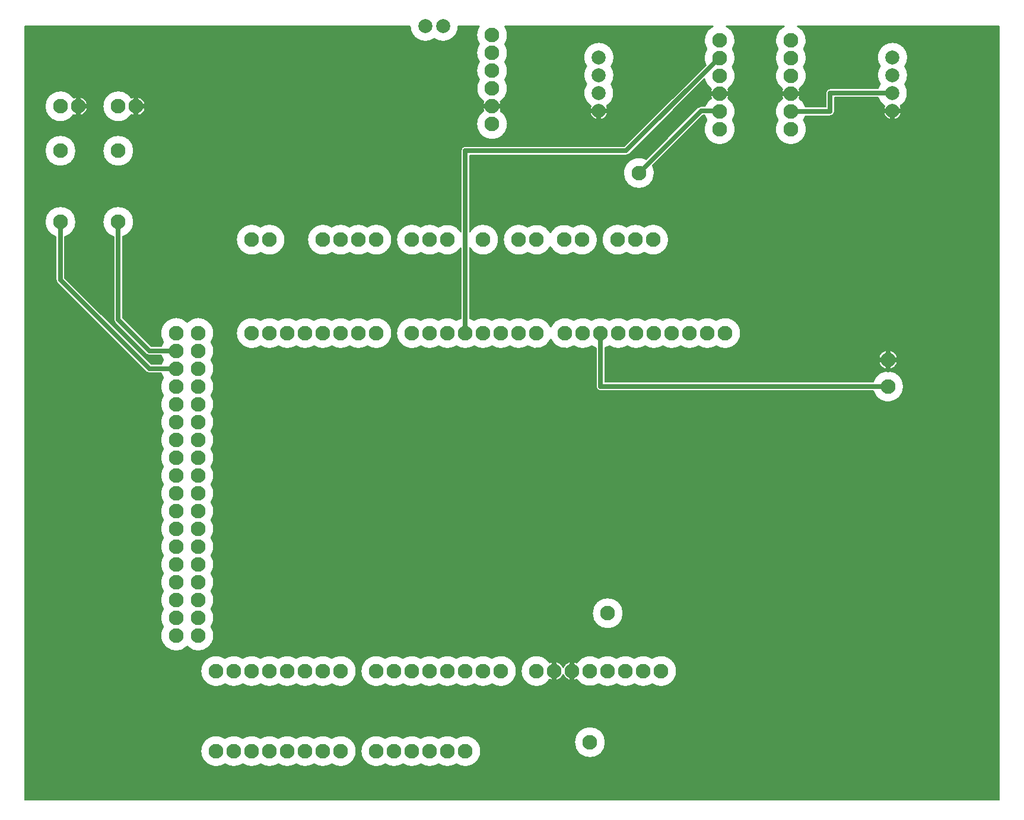
<source format=gbr>
G04 DesignSpark PCB Gerber Version 10.0 Build 5299*
G04 #@! TF.Part,Single*
G04 #@! TF.FileFunction,Copper,L1,Top*
G04 #@! TF.FilePolarity,Positive*
%FSLAX35Y35*%
%MOIN*%
%ADD10C,0.00500*%
%ADD26C,0.02559*%
G04 #@! TA.AperFunction,WasherPad*
%ADD13C,0.07874*%
%ADD14C,0.08268*%
G04 #@! TD.AperFunction*
X0Y0D02*
D02*
D10*
X2750Y485250D02*
Y50250D01*
X550250D01*
Y485250D01*
X436858D01*
G75*
G02*
X440261Y472376I-3734J-7874D01*
G01*
G75*
G02*
Y462376I-7137J-5000D01*
G01*
G75*
G02*
X437809Y450028I-7137J-5000D01*
G01*
G75*
G02*
Y444724I-4685J-2652D01*
G01*
G75*
G02*
X441463Y439906I-4686J-7348D01*
G01*
X452720D01*
Y447750D01*
G75*
G02*
X455250Y450280I2530J0D01*
G01*
X482117D01*
G75*
G02*
X483354Y452750I8133J-2530D01*
G01*
G75*
G02*
Y462750I6896J5000D01*
G01*
G75*
G02*
X490250Y476268I6896J5000D01*
G01*
G75*
G02*
X497146Y462750I0J-8518D01*
G01*
G75*
G02*
Y452750I-6896J-5000D01*
G01*
G75*
G02*
X494668Y440468I-6896J-5000D01*
G01*
G75*
G02*
X490250Y432563I-4418J-2718D01*
G01*
G75*
G02*
X485832Y440468I0J5187D01*
G01*
G75*
G02*
X482117Y445220I4418J7282D01*
G01*
X457780D01*
Y437376D01*
G75*
G02*
X455250Y434846I-2530J0D01*
G01*
X441463D01*
G75*
G02*
X440261Y432376I-8340J2530D01*
G01*
G75*
G02*
X433124Y418661I-7137J-5000D01*
G01*
G75*
G02*
X425987Y432376I0J8715D01*
G01*
G75*
G02*
X428439Y444724I7137J5000D01*
G01*
G75*
G02*
Y450028I4685J2652D01*
G01*
G75*
G02*
X425987Y462376I4685J7348D01*
G01*
G75*
G02*
Y472376I7137J5000D01*
G01*
G75*
G02*
X429390Y485250I7137J5000D01*
G01*
X396858D01*
G75*
G02*
X400261Y472376I-3734J-7874D01*
G01*
G75*
G02*
Y462376I-7137J-5000D01*
G01*
G75*
G02*
X397809Y450028I-7137J-5000D01*
G01*
G75*
G02*
Y444724I-4685J-2652D01*
G01*
G75*
G02*
X400261Y432376I-4685J-7348D01*
G01*
G75*
G02*
X393124Y418661I-7137J-5000D01*
G01*
G75*
G02*
X385987Y432376I0J8715D01*
G01*
G75*
G02*
X384680Y435220I7138J5000D01*
G01*
X383798D01*
X355435Y406858D01*
G75*
G02*
X356465Y402750I-7686J-4108D01*
G01*
G75*
G02*
X339035I-8715J0D01*
G01*
G75*
G02*
X351858Y410435I8715J0D01*
G01*
X380960Y439537D01*
G75*
G02*
X382750Y440280I1790J-1787D01*
G01*
X384907D01*
G75*
G02*
X388439Y444724I8217J-2903D01*
G01*
G75*
G02*
Y450028I4685J2652D01*
G01*
G75*
G02*
X384585Y455634I4685J7348D01*
G01*
X342414Y413463D01*
G75*
G02*
X340624Y412720I-1790J1787D01*
G01*
X252780D01*
Y369737D01*
G75*
G02*
X268965Y365250I7470J-4487D01*
G01*
G75*
G02*
X252780Y360763I-8715J0D01*
G01*
Y321089D01*
G75*
G02*
X255250Y319887I-2530J-8340D01*
G01*
G75*
G02*
X265250I5000J-7137D01*
G01*
G75*
G02*
X275250I5000J-7137D01*
G01*
G75*
G02*
X285250I5000J-7137D01*
G01*
G75*
G02*
X298250Y316206I5000J-7137D01*
G01*
G75*
G02*
X311250Y319887I8000J-3456D01*
G01*
G75*
G02*
X321250I5000J-7137D01*
G01*
G75*
G02*
X331250I5000J-7137D01*
G01*
G75*
G02*
X341250I5000J-7137D01*
G01*
G75*
G02*
X351250I5000J-7137D01*
G01*
G75*
G02*
X361250I5000J-7137D01*
G01*
G75*
G02*
X371250I5000J-7137D01*
G01*
G75*
G02*
X381250I5000J-7137D01*
G01*
G75*
G02*
X391250I5000J-7137D01*
G01*
G75*
G02*
X404965Y312750I5000J-7137D01*
G01*
G75*
G02*
X391250Y305613I-8715J0D01*
G01*
G75*
G02*
X381250I-5000J7137D01*
G01*
G75*
G02*
X371250I-5000J7137D01*
G01*
G75*
G02*
X361250I-5000J7137D01*
G01*
G75*
G02*
X351250I-5000J7137D01*
G01*
G75*
G02*
X341250I-5000J7137D01*
G01*
G75*
G02*
X331250I-5000J7137D01*
G01*
G75*
G02*
X328780Y304411I-5000J7138D01*
G01*
Y285280D01*
X479411D01*
G75*
G02*
X496465Y282750I8339J-2530D01*
G01*
G75*
G02*
X479411Y280220I-8715J0D01*
G01*
X326250D01*
G75*
G02*
X323720Y282750I0J2530D01*
G01*
Y304411D01*
G75*
G02*
X321250Y305613I2530J8340D01*
G01*
G75*
G02*
X311250I-5000J7137D01*
G01*
G75*
G02*
X298250Y309294I-5000J7137D01*
G01*
G75*
G02*
X285250Y305613I-8000J3456D01*
G01*
G75*
G02*
X275250I-5000J7137D01*
G01*
G75*
G02*
X265250I-5000J7137D01*
G01*
G75*
G02*
X255250I-5000J7137D01*
G01*
G75*
G02*
X245250I-5000J7137D01*
G01*
G75*
G02*
X235250I-5000J7137D01*
G01*
G75*
G02*
X225250I-5000J7137D01*
G01*
G75*
G02*
X211535Y312750I-5000J7137D01*
G01*
G75*
G02*
X225250Y319887I8715J0D01*
G01*
G75*
G02*
X235250I5000J-7137D01*
G01*
G75*
G02*
X245250I5000J-7137D01*
G01*
G75*
G02*
X247720Y321089I5000J-7138D01*
G01*
Y360763D01*
G75*
G02*
X235250Y358113I-7470J4487D01*
G01*
G75*
G02*
X225250I-5000J7137D01*
G01*
G75*
G02*
X211535Y365250I-5000J7137D01*
G01*
G75*
G02*
X225250Y372387I8715J0D01*
G01*
G75*
G02*
X235250I5000J-7137D01*
G01*
G75*
G02*
X247720Y369737I5000J-7137D01*
G01*
Y415250D01*
G75*
G02*
X250250Y417780I2530J0D01*
G01*
X339576D01*
X385311Y463515D01*
G75*
G02*
X385987Y472376I7813J3861D01*
G01*
G75*
G02*
X389390Y485250I7137J5000D01*
G01*
X272387D01*
G75*
G02*
Y475250I-7137J-5000D01*
G01*
G75*
G02*
Y465250I-7137J-5000D01*
G01*
G75*
G02*
Y455250I-7137J-5000D01*
G01*
G75*
G02*
X269935Y442902I-7137J-5000D01*
G01*
G75*
G02*
Y437598I-4685J-2652D01*
G01*
G75*
G02*
X265250Y421535I-4685J-7348D01*
G01*
G75*
G02*
X260565Y437598I0J8715D01*
G01*
G75*
G02*
Y442902I4685J2652D01*
G01*
G75*
G02*
X258113Y455250I4685J7348D01*
G01*
G75*
G02*
Y465250I7137J5000D01*
G01*
G75*
G02*
Y475250I7137J5000D01*
G01*
G75*
G02*
Y485250I7137J5000D01*
G01*
X246268D01*
G75*
G02*
X232750Y478354I-8518J0D01*
G01*
G75*
G02*
X219232Y485250I-5000J6896D01*
G01*
X2750D01*
X482366Y297750D02*
G75*
G02*
X493134I5384J0D01*
G01*
G75*
G02*
X482366I-5384J0D01*
G01*
X310750Y372387D02*
G75*
G02*
X324465Y365250I5000J-7137D01*
G01*
G75*
G02*
X310750Y358113I-8715J0D01*
G01*
G75*
G02*
X298000Y361265I-5000J7137D01*
G01*
G75*
G02*
X285250Y358113I-7750J3985D01*
G01*
G75*
G02*
X271535Y365250I-5000J7137D01*
G01*
G75*
G02*
X285250Y372387I8715J0D01*
G01*
G75*
G02*
X298000Y369235I5000J-7137D01*
G01*
G75*
G02*
X310750Y372387I7750J-3985D01*
G01*
X350750D02*
G75*
G02*
X364465Y365250I5000J-7137D01*
G01*
G75*
G02*
X350750Y358113I-8715J0D01*
G01*
G75*
G02*
X340750I-5000J7137D01*
G01*
G75*
G02*
X327035Y365250I-5000J7137D01*
G01*
G75*
G02*
X340750Y372387I8715J0D01*
G01*
G75*
G02*
X350750I5000J-7137D01*
G01*
X321535Y155250D02*
G75*
G02*
X338965I8715J0D01*
G01*
G75*
G02*
X321535I-8715J0D01*
G01*
X355250Y129887D02*
G75*
G02*
X368965Y122750I5000J-7137D01*
G01*
G75*
G02*
X355250Y115613I-8715J0D01*
G01*
G75*
G02*
X345250I-5000J7137D01*
G01*
G75*
G02*
X335250I-5000J7137D01*
G01*
G75*
G02*
X325250I-5000J7137D01*
G01*
G75*
G02*
X312902Y118065I-5000J7137D01*
G01*
G75*
G02*
X305250Y120754I-2652J4685D01*
G01*
G75*
G02*
X297598Y118065I-5000J1996D01*
G01*
G75*
G02*
X281535Y122750I-7348J4685D01*
G01*
G75*
G02*
X297598Y127435I8715J0D01*
G01*
G75*
G02*
X305250Y124746I2652J-4685D01*
G01*
G75*
G02*
X312902Y127435I5000J-1996D01*
G01*
G75*
G02*
X325250Y129887I7348J-4685D01*
G01*
G75*
G02*
X335250I5000J-7137D01*
G01*
G75*
G02*
X345250I5000J-7137D01*
G01*
G75*
G02*
X355250I5000J-7137D01*
G01*
X311535Y82750D02*
G75*
G02*
X328965I8715J0D01*
G01*
G75*
G02*
X311535I-8715J0D01*
G01*
X325250Y476268D02*
G75*
G02*
X332146Y462750I0J-8518D01*
G01*
G75*
G02*
Y452750I-6896J-5000D01*
G01*
G75*
G02*
X329668Y440468I-6896J-5000D01*
G01*
G75*
G02*
X325250Y432563I-4418J-2718D01*
G01*
G75*
G02*
X320832Y440468I0J5187D01*
G01*
G75*
G02*
X318354Y452750I4418J7282D01*
G01*
G75*
G02*
Y462750I6896J5000D01*
G01*
G75*
G02*
X325250Y476268I6896J5000D01*
G01*
X94000Y318823D02*
G75*
G02*
X107387Y307750I6250J-6073D01*
G01*
G75*
G02*
Y297750I-7137J-5000D01*
G01*
G75*
G02*
Y287750I-7137J-5000D01*
G01*
G75*
G02*
Y277750I-7137J-5000D01*
G01*
G75*
G02*
Y267750I-7137J-5000D01*
G01*
G75*
G02*
Y257750I-7137J-5000D01*
G01*
G75*
G02*
Y247750I-7137J-5000D01*
G01*
G75*
G02*
Y237750I-7137J-5000D01*
G01*
G75*
G02*
Y227750I-7137J-5000D01*
G01*
G75*
G02*
Y217750I-7137J-5000D01*
G01*
G75*
G02*
Y207750I-7137J-5000D01*
G01*
G75*
G02*
Y197750I-7137J-5000D01*
G01*
G75*
G02*
Y187750I-7137J-5000D01*
G01*
G75*
G02*
Y177750I-7137J-5000D01*
G01*
G75*
G02*
Y167750I-7137J-5000D01*
G01*
G75*
G02*
Y157750I-7137J-5000D01*
G01*
G75*
G02*
Y147750I-7137J-5000D01*
G01*
G75*
G02*
X94000Y136677I-7137J-5000D01*
G01*
G75*
G02*
X80613Y147750I-6250J6073D01*
G01*
G75*
G02*
Y157750I7137J5000D01*
G01*
G75*
G02*
Y167750I7137J5000D01*
G01*
G75*
G02*
Y177750I7137J5000D01*
G01*
G75*
G02*
Y187750I7137J5000D01*
G01*
G75*
G02*
Y197750I7137J5000D01*
G01*
G75*
G02*
Y207750I7137J5000D01*
G01*
G75*
G02*
Y217750I7137J5000D01*
G01*
G75*
G02*
Y227750I7137J5000D01*
G01*
G75*
G02*
Y237750I7137J5000D01*
G01*
G75*
G02*
Y247750I7137J5000D01*
G01*
G75*
G02*
Y257750I7137J5000D01*
G01*
G75*
G02*
Y267750I7137J5000D01*
G01*
G75*
G02*
Y277750I7137J5000D01*
G01*
G75*
G02*
Y287750I7137J5000D01*
G01*
G75*
G02*
X79411Y290220I7138J5000D01*
G01*
X72750D01*
G75*
G02*
X70960Y290963I0J2530D01*
G01*
X20963Y340960D01*
G75*
G02*
X20220Y342750I1787J1790D01*
G01*
Y366911D01*
G75*
G02*
X14035Y375250I2530J8339D01*
G01*
G75*
G02*
X31465I8715J0D01*
G01*
G75*
G02*
X25280Y366911I-8715J0D01*
G01*
Y343798D01*
X73798Y295280D01*
X79411D01*
G75*
G02*
X80613Y297750I8340J-2530D01*
G01*
G75*
G02*
X79411Y300220I7138J5000D01*
G01*
X72750D01*
G75*
G02*
X70960Y300963I0J2530D01*
G01*
X53463Y318460D01*
G75*
G02*
X52720Y320250I1787J1790D01*
G01*
Y366911D01*
G75*
G02*
X46535Y375250I2530J8339D01*
G01*
G75*
G02*
X63965I8715J0D01*
G01*
G75*
G02*
X57780Y366911I-8715J0D01*
G01*
Y321298D01*
X73798Y305280D01*
X79411D01*
G75*
G02*
X80613Y307750I8340J-2530D01*
G01*
G75*
G02*
X94000Y318823I7137J5000D01*
G01*
X175250Y84887D02*
G75*
G02*
X188965Y77750I5000J-7137D01*
G01*
G75*
G02*
X175250Y70613I-8715J0D01*
G01*
G75*
G02*
X165250I-5000J7137D01*
G01*
G75*
G02*
X155250I-5000J7137D01*
G01*
G75*
G02*
X145250I-5000J7137D01*
G01*
G75*
G02*
X135250I-5000J7137D01*
G01*
G75*
G02*
X125250I-5000J7137D01*
G01*
G75*
G02*
X115250I-5000J7137D01*
G01*
G75*
G02*
X101535Y77750I-5000J7137D01*
G01*
G75*
G02*
X115250Y84887I8715J0D01*
G01*
G75*
G02*
X125250I5000J-7137D01*
G01*
G75*
G02*
X135250I5000J-7137D01*
G01*
G75*
G02*
X145250I5000J-7137D01*
G01*
G75*
G02*
X155250I5000J-7137D01*
G01*
G75*
G02*
X165250I5000J-7137D01*
G01*
G75*
G02*
X175250I5000J-7137D01*
G01*
Y129887D02*
G75*
G02*
X188965Y122750I5000J-7137D01*
G01*
G75*
G02*
X175250Y115613I-8715J0D01*
G01*
G75*
G02*
X165250I-5000J7137D01*
G01*
G75*
G02*
X155250I-5000J7137D01*
G01*
G75*
G02*
X145250I-5000J7137D01*
G01*
G75*
G02*
X135250I-5000J7137D01*
G01*
G75*
G02*
X125250I-5000J7137D01*
G01*
G75*
G02*
X115250I-5000J7137D01*
G01*
G75*
G02*
X101535Y122750I-5000J7137D01*
G01*
G75*
G02*
X115250Y129887I8715J0D01*
G01*
G75*
G02*
X125250I5000J-7137D01*
G01*
G75*
G02*
X135250I5000J-7137D01*
G01*
G75*
G02*
X145250I5000J-7137D01*
G01*
G75*
G02*
X155250I5000J-7137D01*
G01*
G75*
G02*
X165250I5000J-7137D01*
G01*
G75*
G02*
X175250I5000J-7137D01*
G01*
X14035Y415250D02*
G75*
G02*
X31465I8715J0D01*
G01*
G75*
G02*
X14035I-8715J0D01*
G01*
X30098Y444935D02*
G75*
G02*
X38134Y440250I2652J-4685D01*
G01*
G75*
G02*
X30098Y435565I-5384J0D01*
G01*
G75*
G02*
X14035Y440250I-7348J4685D01*
G01*
G75*
G02*
X30098Y444935I8715J0D01*
G01*
X46535Y415250D02*
G75*
G02*
X63965I8715J0D01*
G01*
G75*
G02*
X46535I-8715J0D01*
G01*
X62598Y444935D02*
G75*
G02*
X70634Y440250I2652J-4685D01*
G01*
G75*
G02*
X62598Y435565I-5384J0D01*
G01*
G75*
G02*
X46535Y440250I-7348J4685D01*
G01*
G75*
G02*
X62598Y444935I8715J0D01*
G01*
X195250Y319887D02*
G75*
G02*
X208965Y312750I5000J-7137D01*
G01*
G75*
G02*
X195250Y305613I-8715J0D01*
G01*
G75*
G02*
X185250I-5000J7137D01*
G01*
G75*
G02*
X175250I-5000J7137D01*
G01*
G75*
G02*
X165250I-5000J7137D01*
G01*
G75*
G02*
X155250I-5000J7137D01*
G01*
G75*
G02*
X145250I-5000J7137D01*
G01*
G75*
G02*
X135250I-5000J7137D01*
G01*
G75*
G02*
X121535Y312750I-5000J7137D01*
G01*
G75*
G02*
X135250Y319887I8715J0D01*
G01*
G75*
G02*
X145250I5000J-7137D01*
G01*
G75*
G02*
X155250I5000J-7137D01*
G01*
G75*
G02*
X165250I5000J-7137D01*
G01*
G75*
G02*
X175250I5000J-7137D01*
G01*
G75*
G02*
X185250I5000J-7137D01*
G01*
G75*
G02*
X195250I5000J-7137D01*
G01*
X245250Y84887D02*
G75*
G02*
X258965Y77750I5000J-7137D01*
G01*
G75*
G02*
X245250Y70613I-8715J0D01*
G01*
G75*
G02*
X235250I-5000J7137D01*
G01*
G75*
G02*
X225250I-5000J7137D01*
G01*
G75*
G02*
X215250I-5000J7137D01*
G01*
G75*
G02*
X205250I-5000J7137D01*
G01*
G75*
G02*
X191535Y77750I-5000J7137D01*
G01*
G75*
G02*
X205250Y84887I8715J0D01*
G01*
G75*
G02*
X215250I5000J-7137D01*
G01*
G75*
G02*
X225250I5000J-7137D01*
G01*
G75*
G02*
X235250I5000J-7137D01*
G01*
G75*
G02*
X245250I5000J-7137D01*
G01*
X265250Y129887D02*
G75*
G02*
X278965Y122750I5000J-7137D01*
G01*
G75*
G02*
X265250Y115613I-8715J0D01*
G01*
G75*
G02*
X255250I-5000J7137D01*
G01*
G75*
G02*
X245250I-5000J7137D01*
G01*
G75*
G02*
X235250I-5000J7137D01*
G01*
G75*
G02*
X225250I-5000J7137D01*
G01*
G75*
G02*
X215250I-5000J7137D01*
G01*
G75*
G02*
X205250I-5000J7137D01*
G01*
G75*
G02*
X191535Y122750I-5000J7137D01*
G01*
G75*
G02*
X205250Y129887I8715J0D01*
G01*
G75*
G02*
X215250I5000J-7137D01*
G01*
G75*
G02*
X225250I5000J-7137D01*
G01*
G75*
G02*
X235250I5000J-7137D01*
G01*
G75*
G02*
X245250I5000J-7137D01*
G01*
G75*
G02*
X255250I5000J-7137D01*
G01*
G75*
G02*
X265250I5000J-7137D01*
G01*
X135250Y372387D02*
G75*
G02*
X148965Y365250I5000J-7137D01*
G01*
G75*
G02*
X135250Y358113I-8715J0D01*
G01*
G75*
G02*
X121535Y365250I-5000J7137D01*
G01*
G75*
G02*
X135250Y372387I8715J0D01*
G01*
X195250D02*
G75*
G02*
X208965Y365250I5000J-7137D01*
G01*
G75*
G02*
X195250Y358113I-8715J0D01*
G01*
G75*
G02*
X185250I-5000J7137D01*
G01*
G75*
G02*
X175250I-5000J7137D01*
G01*
G75*
G02*
X161535Y365250I-5000J7137D01*
G01*
G75*
G02*
X175250Y372387I8715J0D01*
G01*
G75*
G02*
X185250I5000J-7137D01*
G01*
G75*
G02*
X195250I5000J-7137D01*
G01*
X3000Y82750D02*
G36*
X3000Y82750D02*
Y50500D01*
X550000D01*
Y82750D01*
X328965D01*
G75*
G02*
X311535I-8715J0D01*
G01*
X257387D01*
G75*
G02*
X258965Y77750I-7137J-5000D01*
G01*
G75*
G02*
X245250Y70613I-8715J0D01*
G01*
G75*
G02*
X235250I-5000J7137D01*
G01*
G75*
G02*
X225250I-5000J7137D01*
G01*
G75*
G02*
X215250I-5000J7137D01*
G01*
G75*
G02*
X205250I-5000J7137D01*
G01*
G75*
G02*
X191535Y77750I-5000J7137D01*
G01*
G75*
G02*
X193113Y82750I8715J0D01*
G01*
X187387D01*
G75*
G02*
X188965Y77750I-7137J-5000D01*
G01*
G75*
G02*
X175250Y70613I-8715J0D01*
G01*
G75*
G02*
X165250I-5000J7137D01*
G01*
G75*
G02*
X155250I-5000J7137D01*
G01*
G75*
G02*
X145250I-5000J7137D01*
G01*
G75*
G02*
X135250I-5000J7137D01*
G01*
G75*
G02*
X125250I-5000J7137D01*
G01*
G75*
G02*
X115250I-5000J7137D01*
G01*
G75*
G02*
X101535Y77750I-5000J7137D01*
G01*
G75*
G02*
X103113Y82750I8715J0D01*
G01*
X3000D01*
G37*
Y122750D02*
G36*
X3000Y122750D02*
Y82750D01*
X103113D01*
G75*
G02*
X115250Y84887I7137J-5000D01*
G01*
G75*
G02*
X125250I5000J-7137D01*
G01*
G75*
G02*
X135250I5000J-7137D01*
G01*
G75*
G02*
X145250I5000J-7137D01*
G01*
G75*
G02*
X155250I5000J-7137D01*
G01*
G75*
G02*
X165250I5000J-7137D01*
G01*
G75*
G02*
X175250I5000J-7137D01*
G01*
G75*
G02*
X187387Y82750I5000J-7137D01*
G01*
X193113D01*
G75*
G02*
X205250Y84887I7137J-5000D01*
G01*
G75*
G02*
X215250I5000J-7137D01*
G01*
G75*
G02*
X225250I5000J-7137D01*
G01*
G75*
G02*
X235250I5000J-7137D01*
G01*
G75*
G02*
X245250I5000J-7137D01*
G01*
G75*
G02*
X257387Y82750I5000J-7137D01*
G01*
X311535D01*
G75*
G02*
X328965I8715J0D01*
G01*
X550000D01*
Y122750D01*
X368965D01*
G75*
G02*
X355250Y115613I-8715J0D01*
G01*
G75*
G02*
X345250I-5000J7137D01*
G01*
G75*
G02*
X335250I-5000J7137D01*
G01*
G75*
G02*
X325250I-5000J7137D01*
G01*
G75*
G02*
X312902Y118065I-5000J7137D01*
G01*
G75*
G02*
X305250Y120754I-2652J4685D01*
G01*
G75*
G02*
X297598Y118065I-5000J1996D01*
G01*
G75*
G02*
X281535Y122750I-7348J4685D01*
G01*
X278965D01*
G75*
G02*
X265250Y115613I-8715J0D01*
G01*
G75*
G02*
X255250I-5000J7137D01*
G01*
G75*
G02*
X245250I-5000J7137D01*
G01*
G75*
G02*
X235250I-5000J7137D01*
G01*
G75*
G02*
X225250I-5000J7137D01*
G01*
G75*
G02*
X215250I-5000J7137D01*
G01*
G75*
G02*
X205250I-5000J7137D01*
G01*
G75*
G02*
X191535Y122750I-5000J7137D01*
G01*
X188965D01*
G75*
G02*
X175250Y115613I-8715J0D01*
G01*
G75*
G02*
X165250I-5000J7137D01*
G01*
G75*
G02*
X155250I-5000J7137D01*
G01*
G75*
G02*
X145250I-5000J7137D01*
G01*
G75*
G02*
X135250I-5000J7137D01*
G01*
G75*
G02*
X125250I-5000J7137D01*
G01*
G75*
G02*
X115250I-5000J7137D01*
G01*
G75*
G02*
X101535Y122750I-5000J7137D01*
G01*
X3000D01*
G37*
Y155250D02*
G36*
X3000Y155250D02*
Y122750D01*
X101535D01*
G75*
G02*
X115250Y129887I8715J0D01*
G01*
G75*
G02*
X125250I5000J-7137D01*
G01*
G75*
G02*
X135250I5000J-7137D01*
G01*
G75*
G02*
X145250I5000J-7137D01*
G01*
G75*
G02*
X155250I5000J-7137D01*
G01*
G75*
G02*
X165250I5000J-7137D01*
G01*
G75*
G02*
X175250I5000J-7137D01*
G01*
G75*
G02*
X188965Y122750I5000J-7137D01*
G01*
X191535D01*
G75*
G02*
X205250Y129887I8715J0D01*
G01*
G75*
G02*
X215250I5000J-7137D01*
G01*
G75*
G02*
X225250I5000J-7137D01*
G01*
G75*
G02*
X235250I5000J-7137D01*
G01*
G75*
G02*
X245250I5000J-7137D01*
G01*
G75*
G02*
X255250I5000J-7137D01*
G01*
G75*
G02*
X265250I5000J-7137D01*
G01*
G75*
G02*
X278965Y122750I5000J-7137D01*
G01*
X281535D01*
G75*
G02*
X297598Y127435I8715J0D01*
G01*
G75*
G02*
X305250Y124746I2652J-4685D01*
G01*
G75*
G02*
X312902Y127435I5000J-1996D01*
G01*
G75*
G02*
X325250Y129887I7348J-4685D01*
G01*
G75*
G02*
X335250I5000J-7137D01*
G01*
G75*
G02*
X345250I5000J-7137D01*
G01*
G75*
G02*
X355250I5000J-7137D01*
G01*
G75*
G02*
X368965Y122750I5000J-7137D01*
G01*
X550000D01*
Y155250D01*
X338965D01*
G75*
G02*
X321535I-8715J0D01*
G01*
X108598D01*
G75*
G02*
X108965Y152750I-8348J-2500D01*
G01*
G75*
G02*
X107387Y147750I-8715J0D01*
G01*
G75*
G02*
X108964Y142750I-7137J-5000D01*
G01*
G75*
G02*
X94000Y136677I-8715J0D01*
G01*
G75*
G02*
X79035Y142750I-6250J6072D01*
G01*
G75*
G02*
X80613Y147750I8715J0D01*
G01*
G75*
G02*
X79035Y152750I7137J5000D01*
G01*
G75*
G02*
X79402Y155250I8715J0D01*
G01*
X3000D01*
G37*
Y297750D02*
G36*
X3000Y297750D02*
Y155250D01*
X79402D01*
G75*
G02*
X80613Y157750I8348J-2500D01*
G01*
G75*
G02*
X79035Y162750I7137J5000D01*
G01*
G75*
G02*
X80613Y167750I8715J0D01*
G01*
G75*
G02*
X79035Y172750I7137J5000D01*
G01*
G75*
G02*
X80613Y177750I8715J0D01*
G01*
G75*
G02*
X79035Y182750I7137J5000D01*
G01*
G75*
G02*
X80613Y187750I8715J0D01*
G01*
G75*
G02*
X79035Y192750I7137J5000D01*
G01*
G75*
G02*
X80613Y197750I8715J0D01*
G01*
G75*
G02*
X79035Y202750I7137J5000D01*
G01*
G75*
G02*
X80613Y207750I8715J0D01*
G01*
G75*
G02*
X79035Y212750I7137J5000D01*
G01*
G75*
G02*
X80613Y217750I8715J0D01*
G01*
G75*
G02*
X79035Y222750I7137J5000D01*
G01*
G75*
G02*
X80613Y227750I8715J0D01*
G01*
G75*
G02*
X79035Y232750I7137J5000D01*
G01*
G75*
G02*
X80613Y237750I8715J0D01*
G01*
G75*
G02*
X79035Y242750I7137J5000D01*
G01*
G75*
G02*
X80613Y247750I8715J0D01*
G01*
G75*
G02*
X79035Y252750I7137J5000D01*
G01*
G75*
G02*
X80613Y257750I8715J0D01*
G01*
G75*
G02*
X79035Y262750I7137J5000D01*
G01*
G75*
G02*
X80613Y267750I8715J0D01*
G01*
G75*
G02*
X79035Y272750I7137J5000D01*
G01*
G75*
G02*
X80613Y277750I8715J0D01*
G01*
G75*
G02*
X79035Y282750I7137J5000D01*
G01*
G75*
G02*
X80613Y287750I8715J0D01*
G01*
G75*
G02*
X79411Y290220I7141J5002D01*
G01*
X72750D01*
G75*
G02*
X70960Y290963I0J2529D01*
G01*
X64173Y297750D01*
X3000D01*
G37*
X71327D02*
G36*
X71327Y297750D02*
X73798Y295280D01*
X79411D01*
G75*
G02*
X80613Y297750I8343J-2531D01*
G01*
X71327D01*
G37*
X107387Y157750D02*
G36*
X107387Y157750D02*
G75*
G02*
X108598Y155250I-7137J-5000D01*
G01*
X321535D01*
G75*
G02*
X338965I8715J0D01*
G01*
X550000D01*
Y297750D01*
X493134D01*
G75*
G02*
X482366I-5384J0D01*
G01*
X328780D01*
Y285280D01*
X479411D01*
G75*
G02*
X496465Y282750I8339J-2530D01*
G01*
G75*
G02*
X479411Y280220I-8715J0D01*
G01*
X326250D01*
G75*
G02*
X323720Y282750I0J2530D01*
G01*
Y297750D01*
X107387D01*
G75*
G02*
X108965Y292750I-7137J-5000D01*
G01*
G75*
G02*
X107387Y287750I-8715J0D01*
G01*
G75*
G02*
X108965Y282750I-7137J-5000D01*
G01*
G75*
G02*
X107387Y277750I-8715J0D01*
G01*
G75*
G02*
X108965Y272750I-7137J-5000D01*
G01*
G75*
G02*
X107387Y267750I-8715J0D01*
G01*
G75*
G02*
X108965Y262750I-7137J-5000D01*
G01*
G75*
G02*
X107387Y257750I-8715J0D01*
G01*
G75*
G02*
X108965Y252750I-7137J-5000D01*
G01*
G75*
G02*
X107387Y247750I-8715J0D01*
G01*
G75*
G02*
X108965Y242750I-7137J-5000D01*
G01*
G75*
G02*
X107387Y237750I-8715J0D01*
G01*
G75*
G02*
X108965Y232750I-7137J-5000D01*
G01*
G75*
G02*
X107387Y227750I-8715J0D01*
G01*
G75*
G02*
X108965Y222750I-7137J-5000D01*
G01*
G75*
G02*
X107387Y217750I-8715J0D01*
G01*
G75*
G02*
X108965Y212750I-7137J-5000D01*
G01*
G75*
G02*
X107387Y207750I-8715J0D01*
G01*
G75*
G02*
X108965Y202750I-7137J-5000D01*
G01*
G75*
G02*
X107387Y197750I-8715J0D01*
G01*
G75*
G02*
X108965Y192750I-7137J-5000D01*
G01*
G75*
G02*
X107387Y187750I-8715J0D01*
G01*
G75*
G02*
X108965Y182750I-7137J-5000D01*
G01*
G75*
G02*
X107387Y177750I-8715J0D01*
G01*
G75*
G02*
X108965Y172750I-7137J-5000D01*
G01*
G75*
G02*
X107387Y167750I-8715J0D01*
G01*
G75*
G02*
X108965Y162750I-7137J-5000D01*
G01*
G75*
G02*
X107387Y157750I-8715J0D01*
G01*
G37*
X3000Y312750D02*
G36*
X3000Y312750D02*
Y297750D01*
X64173D01*
X49173Y312750D01*
X3000D01*
G37*
X59173D02*
G36*
X59173Y312750D02*
X56327D01*
X71327Y297750D01*
X80613D01*
G75*
G02*
X79411Y300220I7141J5002D01*
G01*
X72750D01*
G75*
G02*
X70960Y300963I0J2529D01*
G01*
X59173Y312750D01*
G37*
X66327D02*
G36*
X66327Y312750D02*
X73798Y305280D01*
X79411D01*
G75*
G02*
X80613Y307750I8343J-2531D01*
G01*
G75*
G02*
X79035Y312750I7137J5000D01*
G01*
X66327D01*
G37*
X108964Y312750D02*
G36*
X108964Y312750D02*
G75*
G02*
X107387Y307750I-8714J0D01*
G01*
G75*
G02*
X108965Y302750I-7137J-5000D01*
G01*
G75*
G02*
X107387Y297750I-8715J0D01*
G01*
X323720D01*
Y304411D01*
G75*
G02*
X321250Y305613I2531J8343D01*
G01*
G75*
G02*
X311250I-5000J7137D01*
G01*
G75*
G02*
X298250Y309294I-5000J7138D01*
G01*
G75*
G02*
X285250Y305613I-8000J3456D01*
G01*
G75*
G02*
X275250I-5000J7137D01*
G01*
G75*
G02*
X265250I-5000J7137D01*
G01*
G75*
G02*
X255250I-5000J7137D01*
G01*
G75*
G02*
X245250I-5000J7137D01*
G01*
G75*
G02*
X235250I-5000J7137D01*
G01*
G75*
G02*
X225250I-5000J7137D01*
G01*
G75*
G02*
X211535Y312750I-5000J7137D01*
G01*
X208965D01*
G75*
G02*
X195250Y305613I-8715J0D01*
G01*
G75*
G02*
X185250I-5000J7137D01*
G01*
G75*
G02*
X175250I-5000J7137D01*
G01*
G75*
G02*
X165250I-5000J7137D01*
G01*
G75*
G02*
X155250I-5000J7137D01*
G01*
G75*
G02*
X145250I-5000J7137D01*
G01*
G75*
G02*
X135250I-5000J7137D01*
G01*
G75*
G02*
X121535Y312750I-5000J7137D01*
G01*
X108964D01*
Y312750D01*
G37*
X328780Y304411D02*
G36*
X328780Y304411D02*
Y297750D01*
X482366D01*
G75*
G02*
X493134I5384J0D01*
G01*
X550000D01*
Y312750D01*
X404965D01*
G75*
G02*
X391250Y305613I-8715J0D01*
G01*
G75*
G02*
X381250I-5000J7137D01*
G01*
G75*
G02*
X371250I-5000J7137D01*
G01*
G75*
G02*
X361250I-5000J7137D01*
G01*
G75*
G02*
X351250I-5000J7137D01*
G01*
G75*
G02*
X341250I-5000J7137D01*
G01*
G75*
G02*
X331250I-5000J7137D01*
G01*
G75*
G02*
X328780Y304411I-5002J7141D01*
G01*
G37*
X3000Y365250D02*
G36*
X3000Y365250D02*
Y312750D01*
X49173D01*
X20963Y340960D01*
G75*
G02*
X20220Y342750I1787J1790D01*
G01*
Y365250D01*
X3000D01*
G37*
X25280D02*
G36*
X25280Y365250D02*
Y343798D01*
X56327Y312750D01*
X59173D01*
X53463Y318460D01*
G75*
G02*
X52720Y320250I1787J1790D01*
G01*
Y365250D01*
X25280D01*
G37*
X57780D02*
G36*
X57780Y365250D02*
Y321298D01*
X66327Y312750D01*
X79035D01*
G75*
G02*
X94000Y318823I8715J0D01*
G01*
G75*
G02*
X108964Y312750I6250J-6073D01*
G01*
X121535D01*
G75*
G02*
X135250Y319887I8715J0D01*
G01*
G75*
G02*
X145250I5000J-7137D01*
G01*
G75*
G02*
X155250I5000J-7137D01*
G01*
G75*
G02*
X165250I5000J-7137D01*
G01*
G75*
G02*
X175250I5000J-7137D01*
G01*
G75*
G02*
X185250I5000J-7137D01*
G01*
G75*
G02*
X195250I5000J-7137D01*
G01*
G75*
G02*
X208965Y312750I5000J-7137D01*
G01*
X211535D01*
G75*
G02*
X225250Y319887I8715J0D01*
G01*
G75*
G02*
X235250I5000J-7137D01*
G01*
G75*
G02*
X245250I5000J-7137D01*
G01*
G75*
G02*
X247720Y321089I5002J-7141D01*
G01*
Y360763D01*
G75*
G02*
X235250Y358113I-7470J4488D01*
G01*
G75*
G02*
X225250I-5000J7137D01*
G01*
G75*
G02*
X211535Y365250I-5000J7137D01*
G01*
X208965D01*
G75*
G02*
X195250Y358113I-8715J0D01*
G01*
G75*
G02*
X185250I-5000J7137D01*
G01*
G75*
G02*
X175250I-5000J7137D01*
G01*
G75*
G02*
X161535Y365250I-5000J7137D01*
G01*
X148965D01*
G75*
G02*
X135250Y358113I-8715J0D01*
G01*
G75*
G02*
X121535Y365250I-5000J7137D01*
G01*
X57780D01*
G37*
X252780Y360763D02*
G36*
X252780Y360763D02*
Y321089D01*
G75*
G02*
X255250Y319887I-2531J-8343D01*
G01*
G75*
G02*
X265250I5000J-7137D01*
G01*
G75*
G02*
X275250I5000J-7137D01*
G01*
G75*
G02*
X285250I5000J-7137D01*
G01*
G75*
G02*
X298250Y316206I5000J-7138D01*
G01*
G75*
G02*
X311250Y319887I8000J-3456D01*
G01*
G75*
G02*
X321250I5000J-7137D01*
G01*
G75*
G02*
X331250I5000J-7137D01*
G01*
G75*
G02*
X341250I5000J-7137D01*
G01*
G75*
G02*
X351250I5000J-7137D01*
G01*
G75*
G02*
X361250I5000J-7137D01*
G01*
G75*
G02*
X371250I5000J-7137D01*
G01*
G75*
G02*
X381250I5000J-7137D01*
G01*
G75*
G02*
X391250I5000J-7137D01*
G01*
G75*
G02*
X404965Y312750I5000J-7137D01*
G01*
X550000D01*
Y365250D01*
X364465D01*
G75*
G02*
X350750Y358113I-8715J0D01*
G01*
G75*
G02*
X340750I-5000J7137D01*
G01*
G75*
G02*
X327035Y365250I-5000J7137D01*
G01*
X324465D01*
G75*
G02*
X310750Y358113I-8715J0D01*
G01*
G75*
G02*
X298000Y361265I-5000J7137D01*
G01*
G75*
G02*
X285250Y358113I-7750J3985D01*
G01*
G75*
G02*
X271535Y365250I-5000J7137D01*
G01*
X268965D01*
Y365250D01*
G75*
G02*
X252780Y360763I-8715J0D01*
G01*
G37*
X3000Y415250D02*
G36*
X3000Y415250D02*
Y365250D01*
X20220D01*
Y366911D01*
G75*
G02*
X14035Y375250I2530J8339D01*
G01*
G75*
G02*
X31465I8715J0D01*
G01*
G75*
G02*
X25280Y366911I-8715J0D01*
G01*
Y365250D01*
X52720D01*
Y366911D01*
G75*
G02*
X46535Y375250I2530J8339D01*
G01*
G75*
G02*
X63965I8715J0D01*
G01*
G75*
G02*
X57780Y366911I-8715J0D01*
G01*
Y365250D01*
X121535D01*
G75*
G02*
X135250Y372387I8715J0D01*
G01*
G75*
G02*
X148965Y365250I5000J-7137D01*
G01*
X161535D01*
G75*
G02*
X175250Y372387I8715J0D01*
G01*
G75*
G02*
X185250I5000J-7137D01*
G01*
G75*
G02*
X195250I5000J-7137D01*
G01*
G75*
G02*
X208965Y365250I5000J-7137D01*
G01*
X211535D01*
G75*
G02*
X225250Y372387I8715J0D01*
G01*
G75*
G02*
X235250I5000J-7137D01*
G01*
G75*
G02*
X247720Y369737I5000J-7138D01*
G01*
Y415250D01*
X63965D01*
G75*
G02*
X46535I-8715J0D01*
G01*
X31465D01*
G75*
G02*
X14035I-8715J0D01*
G01*
X3000D01*
G37*
X252780Y412720D02*
G36*
X252780Y412720D02*
Y369737D01*
G75*
G02*
X268965Y365250I7470J-4487D01*
G01*
Y365250D01*
X271535D01*
G75*
G02*
X285250Y372387I8715J0D01*
G01*
G75*
G02*
X298000Y369235I5000J-7137D01*
G01*
G75*
G02*
X310750Y372387I7750J-3985D01*
G01*
G75*
G02*
X324465Y365250I5000J-7137D01*
G01*
X327035D01*
G75*
G02*
X340750Y372387I8715J0D01*
G01*
G75*
G02*
X350750I5000J-7137D01*
G01*
G75*
G02*
X364465Y365250I5000J-7137D01*
G01*
X550000D01*
Y415250D01*
X363827D01*
X355435Y406858D01*
G75*
G02*
X356465Y402752I-7679J-4107D01*
G01*
G75*
G02*
Y402750I-9023J-1D01*
G01*
G75*
G02*
X339035I-8715J0D01*
G01*
G75*
G02*
X351858Y410435I8715J0D01*
G01*
X356673Y415250D01*
X344201D01*
X342414Y413463D01*
G75*
G02*
X340624Y412720I-1790J1787D01*
G01*
X252780D01*
G37*
X3000Y440250D02*
G36*
X3000Y440250D02*
Y415250D01*
X14035D01*
G75*
G02*
X31465I8715J0D01*
G01*
X46535D01*
G75*
G02*
X63965I8715J0D01*
G01*
X247720D01*
G75*
G02*
X250250Y417780I2530J0D01*
G01*
X339576D01*
X362047Y440250D01*
X329795D01*
G75*
G02*
X330437Y437750I-4544J-2500D01*
G01*
G75*
G02*
X325250Y432563I-5187J0D01*
G01*
G75*
G02*
X320063Y437750I0J5187D01*
G01*
G75*
G02*
X320705Y440250I5187J0D01*
G01*
X270634D01*
G75*
G02*
X269935Y437598I-5384J0D01*
G01*
G75*
G02*
X273965Y430250I-4685J-7348D01*
G01*
G75*
G02*
X265250Y421535I-8715J0D01*
G01*
G75*
G02*
X256535Y430250I0J8715D01*
G01*
G75*
G02*
X260565Y437598I8715J0D01*
G01*
G75*
G02*
X259866Y440250I4686J2652D01*
G01*
X70634D01*
Y440250D01*
G75*
G02*
X62598Y435565I-5384J0D01*
G01*
G75*
G02*
X46535Y440250I-7348J4685D01*
G01*
X38134D01*
Y440250D01*
G75*
G02*
X30098Y435565I-5384J0D01*
G01*
G75*
G02*
X14035Y440250I-7348J4685D01*
G01*
X3000D01*
G37*
X344201Y415250D02*
G36*
X344201Y415250D02*
X356673D01*
X380960Y439537D01*
G75*
G02*
X382365Y440250I1790J-1787D01*
G01*
X369202D01*
X344201Y415250D01*
G37*
X383798Y435220D02*
G36*
X383798Y435220D02*
X363827Y415250D01*
X550000D01*
Y440250D01*
X494795D01*
G75*
G02*
X495437Y437750I-4544J-2500D01*
G01*
G75*
G02*
X490250Y432563I-5187J0D01*
G01*
G75*
G02*
X485063Y437750I0J5187D01*
G01*
G75*
G02*
X485705Y440250I5187J0D01*
G01*
X457780D01*
Y437376D01*
G75*
G02*
X455250Y434846I-2530J0D01*
G01*
X441463D01*
G75*
G02*
X440261Y432376I-8343J2531D01*
G01*
G75*
G02*
X441839Y427376I-7137J-5000D01*
G01*
G75*
G02*
X433124Y418661I-8715J0D01*
G01*
G75*
G02*
X424409Y427376I0J8715D01*
G01*
G75*
G02*
X425987Y432376I8715J0D01*
G01*
G75*
G02*
X424409Y437376I7137J5000D01*
G01*
G75*
G02*
X424897Y440250I8715J0D01*
G01*
X401351D01*
G75*
G02*
X401839Y437376I-8228J-2874D01*
G01*
G75*
G02*
X400261Y432376I-8715J0D01*
G01*
G75*
G02*
X401839Y427376I-7137J-5000D01*
G01*
G75*
G02*
X393124Y418661I-8715J0D01*
G01*
G75*
G02*
X384409Y427376I0J8715D01*
G01*
G75*
G02*
X385987Y432376I8715J0D01*
G01*
G75*
G02*
X384680Y435220I7136J4999D01*
G01*
X383798D01*
G37*
X441351Y440250D02*
G36*
X441351Y440250D02*
G75*
G02*
X441463Y439906I-8229J-2871D01*
G01*
X452720D01*
Y440250D01*
X441351D01*
G37*
X3000Y454415D02*
G36*
X3000Y454415D02*
Y440250D01*
X14035D01*
G75*
G02*
X30098Y444935I8715J0D01*
G01*
G75*
G02*
X38134Y440250I2652J-4685D01*
G01*
Y440250D01*
X46535D01*
G75*
G02*
X62598Y444935I8715J0D01*
G01*
G75*
G02*
X70634Y440250I2652J-4685D01*
G01*
Y440250D01*
X259866D01*
G75*
G02*
X260565Y442902I5384J0D01*
G01*
G75*
G02*
X256535Y450250I4686J7348D01*
G01*
G75*
G02*
X257595Y454415I8715J0D01*
G01*
X3000D01*
G37*
X269935Y442902D02*
G36*
X269935Y442902D02*
G75*
G02*
X270634Y440250I-4686J-2652D01*
G01*
X320705D01*
G75*
G02*
X320832Y440468I4545J-2500D01*
G01*
G75*
G02*
X316732Y447750I4418J7282D01*
G01*
G75*
G02*
X318354Y452750I8517J0D01*
G01*
G75*
G02*
X317412Y454415I6896J5000D01*
G01*
X272905D01*
G75*
G02*
X273965Y450250I-7655J-4165D01*
G01*
G75*
G02*
X269935Y442902I-8715J0D01*
G01*
G37*
X329668Y440468D02*
G36*
X329668Y440468D02*
G75*
G02*
X329795Y440250I-4418J-2718D01*
G01*
X362047D01*
X376212Y454415D01*
X333088D01*
G75*
G02*
X332146Y452750I-7838J3335D01*
G01*
G75*
G02*
X333768Y447750I-6895J-5000D01*
G01*
G75*
G02*
X329668Y440468I-8518J0D01*
G01*
G37*
X369202Y440250D02*
G36*
X369202Y440250D02*
X382365D01*
G75*
G02*
X382750Y440280I385J-2499D01*
G01*
X384907D01*
G75*
G02*
X388439Y444724I8220J-2906D01*
G01*
G75*
G02*
X387740Y447376I4686J2652D01*
G01*
G75*
G02*
X388439Y450028I5384J0D01*
G01*
G75*
G02*
X384928Y454415I4686J7348D01*
G01*
X383367D01*
X369202Y440250D01*
G37*
X398508Y447376D02*
G36*
X398508Y447376D02*
G75*
G02*
X397809Y444724I-5384J0D01*
G01*
G75*
G02*
X401351Y440250I-4685J-7348D01*
G01*
X424897D01*
G75*
G02*
X428439Y444724I8227J-2874D01*
G01*
G75*
G02*
X427740Y447376I4686J2652D01*
G01*
G75*
G02*
X428439Y450028I5384J0D01*
G01*
G75*
G02*
X424928Y454415I4685J7348D01*
G01*
X401320D01*
G75*
G02*
X397809Y450028I-8196J2961D01*
G01*
G75*
G02*
X398508Y447376I-4686J-2652D01*
G01*
G37*
X438508D02*
G36*
X438508Y447376D02*
G75*
G02*
X437809Y444724I-5384J0D01*
G01*
G75*
G02*
X441351Y440250I-4687J-7349D01*
G01*
X452720D01*
Y447750D01*
G75*
G02*
X455250Y450280I2530J0D01*
G01*
X482117D01*
G75*
G02*
X483354Y452750I8135J-2531D01*
G01*
G75*
G02*
X482412Y454415I6896J5000D01*
G01*
X441320D01*
G75*
G02*
X437809Y450028I-8196J2961D01*
G01*
G75*
G02*
X438508Y447376I-4686J-2652D01*
G01*
G37*
X457780Y445220D02*
G36*
X457780Y445220D02*
Y440250D01*
X485705D01*
G75*
G02*
X485832Y440468I4545J-2500D01*
G01*
G75*
G02*
X482117Y445220I4417J7281D01*
G01*
X457780D01*
G37*
X494668Y440468D02*
G36*
X494668Y440468D02*
G75*
G02*
X494795Y440250I-4418J-2718D01*
G01*
X550000D01*
Y454415D01*
X498088D01*
G75*
G02*
X497146Y452750I-7838J3335D01*
G01*
G75*
G02*
X498768Y447750I-6895J-5000D01*
G01*
G75*
G02*
X494668Y440468I-8518J0D01*
G01*
G37*
X3000Y485000D02*
G36*
X3000Y485000D02*
Y454415D01*
X257595D01*
G75*
G02*
X258113Y455250I7656J-4168D01*
G01*
G75*
G02*
X256535Y460250I7137J5000D01*
G01*
G75*
G02*
X258113Y465250I8715J0D01*
G01*
G75*
G02*
X256535Y470250I7137J5000D01*
G01*
G75*
G02*
X258113Y475250I8715J0D01*
G01*
G75*
G02*
X256535Y480250I7137J5000D01*
G01*
G75*
G02*
X257944Y485000I8714J0D01*
G01*
X246264D01*
G75*
G02*
X232750Y478354I-8514J250D01*
G01*
G75*
G02*
X219236Y485000I-5000J6896D01*
G01*
X3000D01*
G37*
X272387Y455250D02*
G36*
X272387Y455250D02*
G75*
G02*
X272905Y454415I-7139J-5002D01*
G01*
X317412D01*
G75*
G02*
X316732Y457750I7838J3335D01*
G01*
G75*
G02*
X318354Y462750I8517J0D01*
G01*
G75*
G02*
X316732Y467750I6896J5000D01*
G01*
G75*
G02*
X325250Y476268I8518J0D01*
G01*
G75*
G02*
X333768Y467750I0J-8518D01*
G01*
G75*
G02*
X332146Y462750I-8518J0D01*
G01*
G75*
G02*
X333768Y457750I-6895J-5000D01*
G01*
G75*
G02*
X333088Y454415I-8518J0D01*
G01*
X376212D01*
X385311Y463515D01*
G75*
G02*
X384409Y467376I7813J3861D01*
G01*
G75*
G02*
X385987Y472376I8715J0D01*
G01*
G75*
G02*
X384409Y477376I7137J5000D01*
G01*
G75*
G02*
X388903Y485000I8715J0D01*
G01*
X272556D01*
G75*
G02*
X273965Y480250I-7306J-4750D01*
G01*
G75*
G02*
X272387Y475250I-8715J0D01*
G01*
G75*
G02*
X273965Y470250I-7137J-5000D01*
G01*
G75*
G02*
X272387Y465250I-8715J0D01*
G01*
G75*
G02*
X273965Y460250I-7137J-5000D01*
G01*
G75*
G02*
X272387Y455250I-8715J0D01*
G01*
G37*
X384585Y455634D02*
G36*
X384585Y455634D02*
X383367Y454415D01*
X384928D01*
G75*
G02*
X384585Y455634I8197J2961D01*
G01*
G37*
X401839Y457376D02*
G36*
X401839Y457376D02*
G75*
G02*
X401320Y454415I-8715J0D01*
G01*
X424928D01*
G75*
G02*
X424409Y457376I8197J2960D01*
G01*
G75*
G02*
X425987Y462376I8715J0D01*
G01*
G75*
G02*
X424409Y467376I7137J5000D01*
G01*
G75*
G02*
X425987Y472376I8715J0D01*
G01*
G75*
G02*
X424409Y477376I7137J5000D01*
G01*
G75*
G02*
X428903Y485000I8715J0D01*
G01*
X397345D01*
G75*
G02*
X401839Y477376I-4221J-7624D01*
G01*
G75*
G02*
X400261Y472376I-8715J0D01*
G01*
G75*
G02*
X401839Y467376I-7137J-5000D01*
G01*
G75*
G02*
X400261Y462376I-8715J0D01*
G01*
G75*
G02*
X401839Y457376I-7137J-5000D01*
G01*
G37*
X441839D02*
G36*
X441839Y457376D02*
G75*
G02*
X441320Y454415I-8715J0D01*
G01*
X482412D01*
G75*
G02*
X481732Y457750I7838J3335D01*
G01*
G75*
G02*
X483354Y462750I8517J0D01*
G01*
G75*
G02*
X481732Y467750I6896J5000D01*
G01*
G75*
G02*
X490250Y476268I8518J0D01*
G01*
G75*
G02*
X498768Y467750I0J-8518D01*
G01*
G75*
G02*
X497146Y462750I-8518J0D01*
G01*
G75*
G02*
X498768Y457750I-6895J-5000D01*
G01*
G75*
G02*
X498088Y454415I-8518J0D01*
G01*
X550000D01*
Y485000D01*
X437345D01*
G75*
G02*
X441839Y477376I-4221J-7624D01*
G01*
G75*
G02*
X440261Y472376I-8715J0D01*
G01*
G75*
G02*
X441839Y467376I-7137J-5000D01*
G01*
G75*
G02*
X440261Y462376I-8715J0D01*
G01*
G75*
G02*
X441839Y457376I-7137J-5000D01*
G01*
G37*
D02*
D13*
X227750Y485250D03*
X237750D03*
X325250Y437750D03*
Y447750D03*
Y457750D03*
Y467750D03*
X490250Y437750D03*
Y447750D03*
Y457750D03*
Y467750D03*
D02*
D14*
X22750Y375250D03*
Y415250D03*
Y440250D03*
X32750D03*
X55250Y375250D03*
Y415250D03*
Y440250D03*
X65250D03*
X87750Y142750D03*
Y152750D03*
Y162750D03*
Y172750D03*
Y182750D03*
Y192750D03*
Y202750D03*
Y212750D03*
Y222750D03*
Y232750D03*
Y242750D03*
Y252750D03*
Y262750D03*
Y272750D03*
Y282750D03*
Y292750D03*
Y302750D03*
Y312750D03*
X100250Y142750D03*
Y152750D03*
Y162750D03*
Y172750D03*
Y182750D03*
Y192750D03*
Y202750D03*
Y212750D03*
Y222750D03*
Y232750D03*
Y242750D03*
Y252750D03*
Y262750D03*
Y272750D03*
Y282750D03*
Y292750D03*
Y302750D03*
Y312750D03*
X110250Y77750D03*
Y122750D03*
X120250Y77750D03*
Y122750D03*
X130250Y77750D03*
Y122750D03*
Y312750D03*
Y365250D03*
X140250Y77750D03*
Y122750D03*
Y312750D03*
Y365250D03*
X150250Y77750D03*
Y122750D03*
Y312750D03*
X160250Y77750D03*
Y122750D03*
Y312750D03*
X170250Y77750D03*
Y122750D03*
Y312750D03*
Y365250D03*
X180250Y77750D03*
Y122750D03*
Y312750D03*
Y365250D03*
X190250Y312750D03*
Y365250D03*
X200250Y77750D03*
Y122750D03*
Y312750D03*
Y365250D03*
X210250Y77750D03*
Y122750D03*
X220250Y77750D03*
Y122750D03*
Y312750D03*
Y365250D03*
X230250Y77750D03*
Y122750D03*
Y312750D03*
Y365250D03*
X240250Y77750D03*
Y122750D03*
Y312750D03*
Y365250D03*
X250250Y77750D03*
Y122750D03*
Y312750D03*
X260250Y122750D03*
Y312750D03*
Y365250D03*
X265250Y430250D03*
Y440250D03*
Y450250D03*
Y460250D03*
Y470250D03*
Y480250D03*
X270250Y122750D03*
Y312750D03*
X280250D03*
Y365250D03*
X290250Y122750D03*
Y312750D03*
Y365250D03*
X300250Y122750D03*
X305750Y365250D03*
X306250Y312750D03*
X310250Y122750D03*
X315750Y365250D03*
X316250Y312750D03*
X320250Y82750D03*
Y122750D03*
X326250Y312750D03*
X330250Y122750D03*
Y155250D03*
X335750Y365250D03*
X336250Y312750D03*
X340250Y122750D03*
X345750Y365250D03*
X346250Y312750D03*
X347750Y402750D03*
X350250Y122750D03*
X355750Y365250D03*
X356250Y312750D03*
X360250Y122750D03*
X366250Y312750D03*
X376250D03*
X386250D03*
X393124Y427376D03*
Y437376D03*
Y447376D03*
Y457376D03*
Y467376D03*
Y477376D03*
X396250Y312750D03*
X433124Y427376D03*
Y437376D03*
Y447376D03*
Y457376D03*
Y467376D03*
Y477376D03*
X487750Y282750D03*
Y297750D03*
D02*
D26*
X32750Y436616D02*
Y434616D01*
Y443884D02*
Y445884D01*
X36384Y440250D02*
X38384D01*
X65250Y436616D02*
Y434616D01*
Y443884D02*
Y445884D01*
X68884Y440250D02*
X70884D01*
X87750Y292750D02*
X72750D01*
X22750Y342750D01*
Y375250D01*
X87750Y302750D02*
X72750D01*
X55250Y320250D01*
Y375250D01*
X250250Y312750D02*
Y415250D01*
X340624D01*
X392750Y467376D01*
X393124D01*
X261616Y440250D02*
X259616D01*
X268884D02*
X270884D01*
X300250Y119116D02*
Y117116D01*
Y126384D02*
Y128384D01*
X310250Y119116D02*
Y117116D01*
Y126384D02*
Y128384D01*
X321813Y437750D02*
X319813D01*
X325250Y434313D02*
Y432313D01*
X326250Y312750D02*
Y282750D01*
X487750D01*
X328687Y437750D02*
X330687D01*
X347750Y402750D02*
X382750Y437750D01*
X392750D01*
X393124Y437376D01*
X389490Y447376D02*
X387490D01*
X396758D02*
X398758D01*
X429490D02*
X427490D01*
X436758D02*
X438758D01*
X484116Y297750D02*
X482116D01*
X486813Y437750D02*
X484813D01*
X487750Y294116D02*
Y292116D01*
Y301384D02*
Y303384D01*
X490250Y434313D02*
Y432313D01*
Y447750D02*
X455250D01*
Y437376D01*
X433124D01*
X491384Y297750D02*
X493384D01*
X493687Y437750D02*
X495687D01*
X0Y0D02*
M02*

</source>
